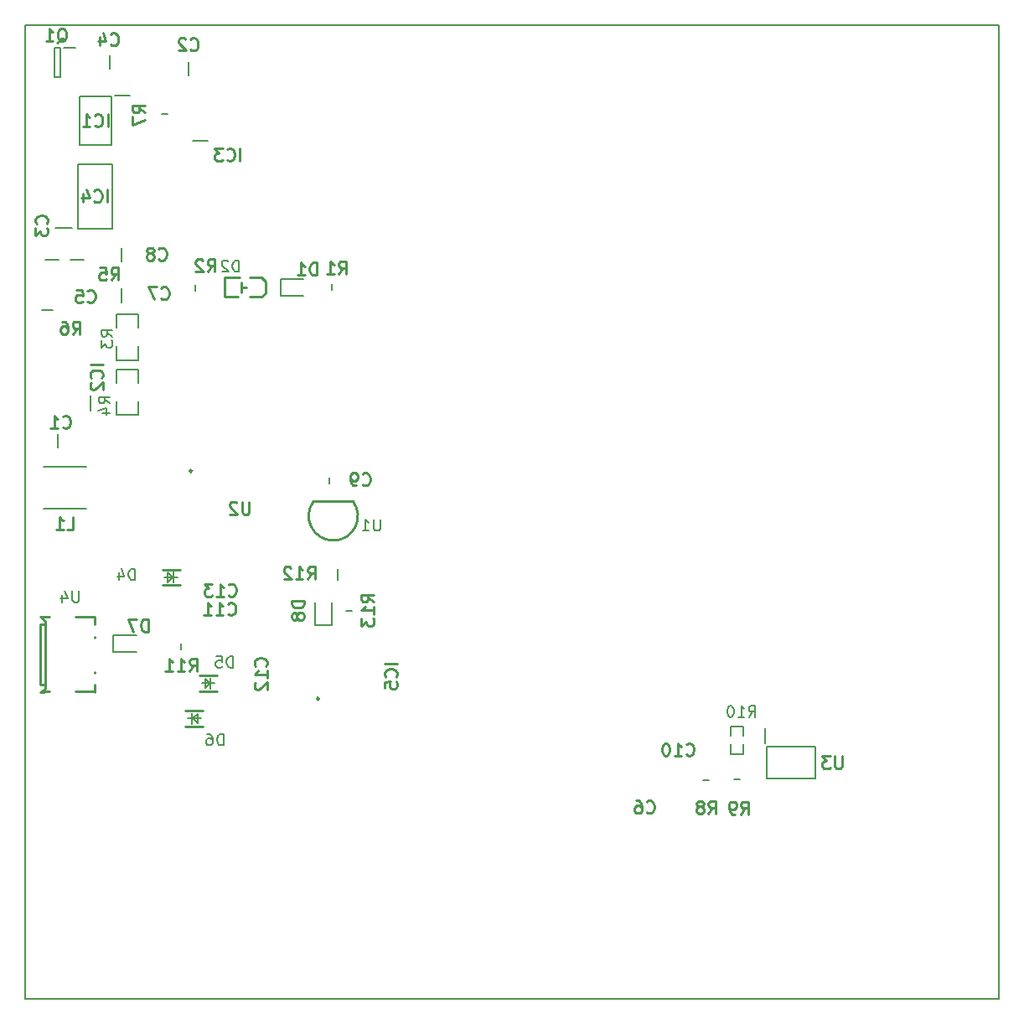
<source format=gbr>
%TF.GenerationSoftware,KiCad,Pcbnew,(6.0.2-0)*%
%TF.CreationDate,2022-03-20T10:30:07+02:00*%
%TF.ProjectId,main,6d61696e-2e6b-4696-9361-645f70636258,rev?*%
%TF.SameCoordinates,Original*%
%TF.FileFunction,Legend,Bot*%
%TF.FilePolarity,Positive*%
%FSLAX46Y46*%
G04 Gerber Fmt 4.6, Leading zero omitted, Abs format (unit mm)*
G04 Created by KiCad (PCBNEW (6.0.2-0)) date 2022-03-20 10:30:07*
%MOMM*%
%LPD*%
G01*
G04 APERTURE LIST*
%ADD10C,0.150000*%
%ADD11C,0.254000*%
%ADD12C,0.152000*%
%ADD13C,0.200000*%
%ADD14C,0.250000*%
G04 APERTURE END LIST*
D10*
X90275800Y-132136300D02*
X188650000Y-132136300D01*
X188650000Y-132136300D02*
X188650000Y-33750000D01*
X188650000Y-33750000D02*
X90275800Y-33750000D01*
X90275800Y-33750000D02*
X90275800Y-132136300D01*
D11*
%TO.C,U3*%
X172817619Y-107604523D02*
X172817619Y-108632619D01*
X172757142Y-108753571D01*
X172696666Y-108814047D01*
X172575714Y-108874523D01*
X172333809Y-108874523D01*
X172212857Y-108814047D01*
X172152380Y-108753571D01*
X172091904Y-108632619D01*
X172091904Y-107604523D01*
X171608095Y-107604523D02*
X170821904Y-107604523D01*
X171245238Y-108088333D01*
X171063809Y-108088333D01*
X170942857Y-108148809D01*
X170882380Y-108209285D01*
X170821904Y-108330238D01*
X170821904Y-108632619D01*
X170882380Y-108753571D01*
X170942857Y-108814047D01*
X171063809Y-108874523D01*
X171426666Y-108874523D01*
X171547619Y-108814047D01*
X171608095Y-108753571D01*
%TO.C,R13*%
X125524523Y-92033571D02*
X124919761Y-91610238D01*
X125524523Y-91307857D02*
X124254523Y-91307857D01*
X124254523Y-91791666D01*
X124315000Y-91912619D01*
X124375476Y-91973095D01*
X124496428Y-92033571D01*
X124677857Y-92033571D01*
X124798809Y-91973095D01*
X124859285Y-91912619D01*
X124919761Y-91791666D01*
X124919761Y-91307857D01*
X125524523Y-93243095D02*
X125524523Y-92517380D01*
X125524523Y-92880238D02*
X124254523Y-92880238D01*
X124435952Y-92759285D01*
X124556904Y-92638333D01*
X124617380Y-92517380D01*
X124254523Y-93666428D02*
X124254523Y-94452619D01*
X124738333Y-94029285D01*
X124738333Y-94210714D01*
X124798809Y-94331666D01*
X124859285Y-94392142D01*
X124980238Y-94452619D01*
X125282619Y-94452619D01*
X125403571Y-94392142D01*
X125464047Y-94331666D01*
X125524523Y-94210714D01*
X125524523Y-93847857D01*
X125464047Y-93726904D01*
X125403571Y-93666428D01*
%TO.C,R11*%
X106866428Y-99024523D02*
X107289761Y-98419761D01*
X107592142Y-99024523D02*
X107592142Y-97754523D01*
X107108333Y-97754523D01*
X106987380Y-97815000D01*
X106926904Y-97875476D01*
X106866428Y-97996428D01*
X106866428Y-98177857D01*
X106926904Y-98298809D01*
X106987380Y-98359285D01*
X107108333Y-98419761D01*
X107592142Y-98419761D01*
X105656904Y-99024523D02*
X106382619Y-99024523D01*
X106019761Y-99024523D02*
X106019761Y-97754523D01*
X106140714Y-97935952D01*
X106261666Y-98056904D01*
X106382619Y-98117380D01*
X104447380Y-99024523D02*
X105173095Y-99024523D01*
X104810238Y-99024523D02*
X104810238Y-97754523D01*
X104931190Y-97935952D01*
X105052142Y-98056904D01*
X105173095Y-98117380D01*
%TO.C,IC4*%
X98572161Y-51653923D02*
X98572161Y-50383923D01*
X97241685Y-51532971D02*
X97302161Y-51593447D01*
X97483590Y-51653923D01*
X97604542Y-51653923D01*
X97785971Y-51593447D01*
X97906923Y-51472495D01*
X97967400Y-51351542D01*
X98027876Y-51109638D01*
X98027876Y-50928209D01*
X97967400Y-50686304D01*
X97906923Y-50565352D01*
X97785971Y-50444400D01*
X97604542Y-50383923D01*
X97483590Y-50383923D01*
X97302161Y-50444400D01*
X97241685Y-50504876D01*
X96153114Y-50807257D02*
X96153114Y-51653923D01*
X96455495Y-50323447D02*
X96757876Y-51230590D01*
X95971685Y-51230590D01*
D12*
%TO.C,R10*%
X163393657Y-103667071D02*
X163774657Y-103122785D01*
X164046800Y-103667071D02*
X164046800Y-102524071D01*
X163611371Y-102524071D01*
X163502514Y-102578500D01*
X163448085Y-102632928D01*
X163393657Y-102741785D01*
X163393657Y-102905071D01*
X163448085Y-103013928D01*
X163502514Y-103068357D01*
X163611371Y-103122785D01*
X164046800Y-103122785D01*
X162305085Y-103667071D02*
X162958228Y-103667071D01*
X162631657Y-103667071D02*
X162631657Y-102524071D01*
X162740514Y-102687357D01*
X162849371Y-102796214D01*
X162958228Y-102850642D01*
X161597514Y-102524071D02*
X161488657Y-102524071D01*
X161379800Y-102578500D01*
X161325371Y-102632928D01*
X161270942Y-102741785D01*
X161216514Y-102959500D01*
X161216514Y-103231642D01*
X161270942Y-103449357D01*
X161325371Y-103558214D01*
X161379800Y-103612642D01*
X161488657Y-103667071D01*
X161597514Y-103667071D01*
X161706371Y-103612642D01*
X161760800Y-103558214D01*
X161815228Y-103449357D01*
X161869657Y-103231642D01*
X161869657Y-102959500D01*
X161815228Y-102741785D01*
X161760800Y-102632928D01*
X161706371Y-102578500D01*
X161597514Y-102524071D01*
%TO.C,R3*%
X99117071Y-65224085D02*
X98572785Y-64843085D01*
X99117071Y-64570942D02*
X97974071Y-64570942D01*
X97974071Y-65006371D01*
X98028500Y-65115228D01*
X98082928Y-65169657D01*
X98191785Y-65224085D01*
X98355071Y-65224085D01*
X98463928Y-65169657D01*
X98518357Y-65115228D01*
X98572785Y-65006371D01*
X98572785Y-64570942D01*
X97974071Y-65605085D02*
X97974071Y-66312657D01*
X98409500Y-65931657D01*
X98409500Y-66094942D01*
X98463928Y-66203800D01*
X98518357Y-66258228D01*
X98627214Y-66312657D01*
X98899357Y-66312657D01*
X99008214Y-66258228D01*
X99062642Y-66203800D01*
X99117071Y-66094942D01*
X99117071Y-65768371D01*
X99062642Y-65659514D01*
X99008214Y-65605085D01*
D11*
%TO.C,C4*%
X98911666Y-35703571D02*
X98972142Y-35764047D01*
X99153571Y-35824523D01*
X99274523Y-35824523D01*
X99455952Y-35764047D01*
X99576904Y-35643095D01*
X99637380Y-35522142D01*
X99697857Y-35280238D01*
X99697857Y-35098809D01*
X99637380Y-34856904D01*
X99576904Y-34735952D01*
X99455952Y-34615000D01*
X99274523Y-34554523D01*
X99153571Y-34554523D01*
X98972142Y-34615000D01*
X98911666Y-34675476D01*
X97823095Y-34977857D02*
X97823095Y-35824523D01*
X98125476Y-34494047D02*
X98427857Y-35401190D01*
X97641666Y-35401190D01*
%TO.C,C8*%
X103761666Y-57403571D02*
X103822142Y-57464047D01*
X104003571Y-57524523D01*
X104124523Y-57524523D01*
X104305952Y-57464047D01*
X104426904Y-57343095D01*
X104487380Y-57222142D01*
X104547857Y-56980238D01*
X104547857Y-56798809D01*
X104487380Y-56556904D01*
X104426904Y-56435952D01*
X104305952Y-56315000D01*
X104124523Y-56254523D01*
X104003571Y-56254523D01*
X103822142Y-56315000D01*
X103761666Y-56375476D01*
X103035952Y-56798809D02*
X103156904Y-56738333D01*
X103217380Y-56677857D01*
X103277857Y-56556904D01*
X103277857Y-56496428D01*
X103217380Y-56375476D01*
X103156904Y-56315000D01*
X103035952Y-56254523D01*
X102794047Y-56254523D01*
X102673095Y-56315000D01*
X102612619Y-56375476D01*
X102552142Y-56496428D01*
X102552142Y-56556904D01*
X102612619Y-56677857D01*
X102673095Y-56738333D01*
X102794047Y-56798809D01*
X103035952Y-56798809D01*
X103156904Y-56859285D01*
X103217380Y-56919761D01*
X103277857Y-57040714D01*
X103277857Y-57282619D01*
X103217380Y-57403571D01*
X103156904Y-57464047D01*
X103035952Y-57524523D01*
X102794047Y-57524523D01*
X102673095Y-57464047D01*
X102612619Y-57403571D01*
X102552142Y-57282619D01*
X102552142Y-57040714D01*
X102612619Y-56919761D01*
X102673095Y-56859285D01*
X102794047Y-56798809D01*
D12*
%TO.C,D6*%
X110308228Y-106517071D02*
X110308228Y-105374071D01*
X110036085Y-105374071D01*
X109872800Y-105428500D01*
X109763942Y-105537357D01*
X109709514Y-105646214D01*
X109655085Y-105863928D01*
X109655085Y-106027214D01*
X109709514Y-106244928D01*
X109763942Y-106353785D01*
X109872800Y-106462642D01*
X110036085Y-106517071D01*
X110308228Y-106517071D01*
X108675371Y-105374071D02*
X108893085Y-105374071D01*
X109001942Y-105428500D01*
X109056371Y-105482928D01*
X109165228Y-105646214D01*
X109219657Y-105863928D01*
X109219657Y-106299357D01*
X109165228Y-106408214D01*
X109110800Y-106462642D01*
X109001942Y-106517071D01*
X108784228Y-106517071D01*
X108675371Y-106462642D01*
X108620942Y-106408214D01*
X108566514Y-106299357D01*
X108566514Y-106027214D01*
X108620942Y-105918357D01*
X108675371Y-105863928D01*
X108784228Y-105809500D01*
X109001942Y-105809500D01*
X109110800Y-105863928D01*
X109165228Y-105918357D01*
X109219657Y-106027214D01*
D11*
%TO.C,IC3*%
X111989761Y-47474523D02*
X111989761Y-46204523D01*
X110659285Y-47353571D02*
X110719761Y-47414047D01*
X110901190Y-47474523D01*
X111022142Y-47474523D01*
X111203571Y-47414047D01*
X111324523Y-47293095D01*
X111385000Y-47172142D01*
X111445476Y-46930238D01*
X111445476Y-46748809D01*
X111385000Y-46506904D01*
X111324523Y-46385952D01*
X111203571Y-46265000D01*
X111022142Y-46204523D01*
X110901190Y-46204523D01*
X110719761Y-46265000D01*
X110659285Y-46325476D01*
X110235952Y-46204523D02*
X109449761Y-46204523D01*
X109873095Y-46688333D01*
X109691666Y-46688333D01*
X109570714Y-46748809D01*
X109510238Y-46809285D01*
X109449761Y-46930238D01*
X109449761Y-47232619D01*
X109510238Y-47353571D01*
X109570714Y-47414047D01*
X109691666Y-47474523D01*
X110054523Y-47474523D01*
X110175476Y-47414047D01*
X110235952Y-47353571D01*
D12*
%TO.C,U4*%
X95712657Y-90924071D02*
X95712657Y-91849357D01*
X95658228Y-91958214D01*
X95603800Y-92012642D01*
X95494942Y-92067071D01*
X95277228Y-92067071D01*
X95168371Y-92012642D01*
X95113942Y-91958214D01*
X95059514Y-91849357D01*
X95059514Y-90924071D01*
X94025371Y-91305071D02*
X94025371Y-92067071D01*
X94297514Y-90869642D02*
X94569657Y-91686071D01*
X93862085Y-91686071D01*
D11*
%TO.C,R8*%
X159311666Y-113424523D02*
X159735000Y-112819761D01*
X160037380Y-113424523D02*
X160037380Y-112154523D01*
X159553571Y-112154523D01*
X159432619Y-112215000D01*
X159372142Y-112275476D01*
X159311666Y-112396428D01*
X159311666Y-112577857D01*
X159372142Y-112698809D01*
X159432619Y-112759285D01*
X159553571Y-112819761D01*
X160037380Y-112819761D01*
X158585952Y-112698809D02*
X158706904Y-112638333D01*
X158767380Y-112577857D01*
X158827857Y-112456904D01*
X158827857Y-112396428D01*
X158767380Y-112275476D01*
X158706904Y-112215000D01*
X158585952Y-112154523D01*
X158344047Y-112154523D01*
X158223095Y-112215000D01*
X158162619Y-112275476D01*
X158102142Y-112396428D01*
X158102142Y-112456904D01*
X158162619Y-112577857D01*
X158223095Y-112638333D01*
X158344047Y-112698809D01*
X158585952Y-112698809D01*
X158706904Y-112759285D01*
X158767380Y-112819761D01*
X158827857Y-112940714D01*
X158827857Y-113182619D01*
X158767380Y-113303571D01*
X158706904Y-113364047D01*
X158585952Y-113424523D01*
X158344047Y-113424523D01*
X158223095Y-113364047D01*
X158162619Y-113303571D01*
X158102142Y-113182619D01*
X158102142Y-112940714D01*
X158162619Y-112819761D01*
X158223095Y-112759285D01*
X158344047Y-112698809D01*
%TO.C,D1*%
X119737380Y-59024523D02*
X119737380Y-57754523D01*
X119435000Y-57754523D01*
X119253571Y-57815000D01*
X119132619Y-57935952D01*
X119072142Y-58056904D01*
X119011666Y-58298809D01*
X119011666Y-58480238D01*
X119072142Y-58722142D01*
X119132619Y-58843095D01*
X119253571Y-58964047D01*
X119435000Y-59024523D01*
X119737380Y-59024523D01*
X117802142Y-59024523D02*
X118527857Y-59024523D01*
X118165000Y-59024523D02*
X118165000Y-57754523D01*
X118285952Y-57935952D01*
X118406904Y-58056904D01*
X118527857Y-58117380D01*
D12*
%TO.C,D4*%
X101379057Y-89817071D02*
X101379057Y-88674071D01*
X101106914Y-88674071D01*
X100943628Y-88728500D01*
X100834771Y-88837357D01*
X100780342Y-88946214D01*
X100725914Y-89163928D01*
X100725914Y-89327214D01*
X100780342Y-89544928D01*
X100834771Y-89653785D01*
X100943628Y-89762642D01*
X101106914Y-89817071D01*
X101379057Y-89817071D01*
X99746200Y-89055071D02*
X99746200Y-89817071D01*
X100018342Y-88619642D02*
X100290485Y-89436071D01*
X99582914Y-89436071D01*
D11*
%TO.C,C12*%
X114603571Y-98483571D02*
X114664047Y-98423095D01*
X114724523Y-98241666D01*
X114724523Y-98120714D01*
X114664047Y-97939285D01*
X114543095Y-97818333D01*
X114422142Y-97757857D01*
X114180238Y-97697380D01*
X113998809Y-97697380D01*
X113756904Y-97757857D01*
X113635952Y-97818333D01*
X113515000Y-97939285D01*
X113454523Y-98120714D01*
X113454523Y-98241666D01*
X113515000Y-98423095D01*
X113575476Y-98483571D01*
X114724523Y-99693095D02*
X114724523Y-98967380D01*
X114724523Y-99330238D02*
X113454523Y-99330238D01*
X113635952Y-99209285D01*
X113756904Y-99088333D01*
X113817380Y-98967380D01*
X113575476Y-100176904D02*
X113515000Y-100237380D01*
X113454523Y-100358333D01*
X113454523Y-100660714D01*
X113515000Y-100781666D01*
X113575476Y-100842142D01*
X113696428Y-100902619D01*
X113817380Y-100902619D01*
X113998809Y-100842142D01*
X114724523Y-100116428D01*
X114724523Y-100902619D01*
%TO.C,C3*%
X92453571Y-53788333D02*
X92514047Y-53727857D01*
X92574523Y-53546428D01*
X92574523Y-53425476D01*
X92514047Y-53244047D01*
X92393095Y-53123095D01*
X92272142Y-53062619D01*
X92030238Y-53002142D01*
X91848809Y-53002142D01*
X91606904Y-53062619D01*
X91485952Y-53123095D01*
X91365000Y-53244047D01*
X91304523Y-53425476D01*
X91304523Y-53546428D01*
X91365000Y-53727857D01*
X91425476Y-53788333D01*
X91304523Y-54211666D02*
X91304523Y-54997857D01*
X91788333Y-54574523D01*
X91788333Y-54755952D01*
X91848809Y-54876904D01*
X91909285Y-54937380D01*
X92030238Y-54997857D01*
X92332619Y-54997857D01*
X92453571Y-54937380D01*
X92514047Y-54876904D01*
X92574523Y-54755952D01*
X92574523Y-54393095D01*
X92514047Y-54272142D01*
X92453571Y-54211666D01*
%TO.C,D8*%
X118474523Y-91912619D02*
X117204523Y-91912619D01*
X117204523Y-92215000D01*
X117265000Y-92396428D01*
X117385952Y-92517380D01*
X117506904Y-92577857D01*
X117748809Y-92638333D01*
X117930238Y-92638333D01*
X118172142Y-92577857D01*
X118293095Y-92517380D01*
X118414047Y-92396428D01*
X118474523Y-92215000D01*
X118474523Y-91912619D01*
X117748809Y-93364047D02*
X117688333Y-93243095D01*
X117627857Y-93182619D01*
X117506904Y-93122142D01*
X117446428Y-93122142D01*
X117325476Y-93182619D01*
X117265000Y-93243095D01*
X117204523Y-93364047D01*
X117204523Y-93605952D01*
X117265000Y-93726904D01*
X117325476Y-93787380D01*
X117446428Y-93847857D01*
X117506904Y-93847857D01*
X117627857Y-93787380D01*
X117688333Y-93726904D01*
X117748809Y-93605952D01*
X117748809Y-93364047D01*
X117809285Y-93243095D01*
X117869761Y-93182619D01*
X117990714Y-93122142D01*
X118232619Y-93122142D01*
X118353571Y-93182619D01*
X118414047Y-93243095D01*
X118474523Y-93364047D01*
X118474523Y-93605952D01*
X118414047Y-93726904D01*
X118353571Y-93787380D01*
X118232619Y-93847857D01*
X117990714Y-93847857D01*
X117869761Y-93787380D01*
X117809285Y-93726904D01*
X117748809Y-93605952D01*
D12*
%TO.C,D5*%
X111279057Y-98667071D02*
X111279057Y-97524071D01*
X111006914Y-97524071D01*
X110843628Y-97578500D01*
X110734771Y-97687357D01*
X110680342Y-97796214D01*
X110625914Y-98013928D01*
X110625914Y-98177214D01*
X110680342Y-98394928D01*
X110734771Y-98503785D01*
X110843628Y-98612642D01*
X111006914Y-98667071D01*
X111279057Y-98667071D01*
X109591771Y-97524071D02*
X110136057Y-97524071D01*
X110190485Y-98068357D01*
X110136057Y-98013928D01*
X110027200Y-97959500D01*
X109755057Y-97959500D01*
X109646200Y-98013928D01*
X109591771Y-98068357D01*
X109537342Y-98177214D01*
X109537342Y-98449357D01*
X109591771Y-98558214D01*
X109646200Y-98612642D01*
X109755057Y-98667071D01*
X110027200Y-98667071D01*
X110136057Y-98612642D01*
X110190485Y-98558214D01*
D11*
%TO.C,R5*%
X98961666Y-59524523D02*
X99385000Y-58919761D01*
X99687380Y-59524523D02*
X99687380Y-58254523D01*
X99203571Y-58254523D01*
X99082619Y-58315000D01*
X99022142Y-58375476D01*
X98961666Y-58496428D01*
X98961666Y-58677857D01*
X99022142Y-58798809D01*
X99082619Y-58859285D01*
X99203571Y-58919761D01*
X99687380Y-58919761D01*
X97812619Y-58254523D02*
X98417380Y-58254523D01*
X98477857Y-58859285D01*
X98417380Y-58798809D01*
X98296428Y-58738333D01*
X97994047Y-58738333D01*
X97873095Y-58798809D01*
X97812619Y-58859285D01*
X97752142Y-58980238D01*
X97752142Y-59282619D01*
X97812619Y-59403571D01*
X97873095Y-59464047D01*
X97994047Y-59524523D01*
X98296428Y-59524523D01*
X98417380Y-59464047D01*
X98477857Y-59403571D01*
%TO.C,IC5*%
X127874523Y-98260238D02*
X126604523Y-98260238D01*
X127753571Y-99590714D02*
X127814047Y-99530238D01*
X127874523Y-99348809D01*
X127874523Y-99227857D01*
X127814047Y-99046428D01*
X127693095Y-98925476D01*
X127572142Y-98865000D01*
X127330238Y-98804523D01*
X127148809Y-98804523D01*
X126906904Y-98865000D01*
X126785952Y-98925476D01*
X126665000Y-99046428D01*
X126604523Y-99227857D01*
X126604523Y-99348809D01*
X126665000Y-99530238D01*
X126725476Y-99590714D01*
X126604523Y-100739761D02*
X126604523Y-100135000D01*
X127209285Y-100074523D01*
X127148809Y-100135000D01*
X127088333Y-100255952D01*
X127088333Y-100558333D01*
X127148809Y-100679285D01*
X127209285Y-100739761D01*
X127330238Y-100800238D01*
X127632619Y-100800238D01*
X127753571Y-100739761D01*
X127814047Y-100679285D01*
X127874523Y-100558333D01*
X127874523Y-100255952D01*
X127814047Y-100135000D01*
X127753571Y-100074523D01*
%TO.C,C5*%
X96561666Y-61653571D02*
X96622142Y-61714047D01*
X96803571Y-61774523D01*
X96924523Y-61774523D01*
X97105952Y-61714047D01*
X97226904Y-61593095D01*
X97287380Y-61472142D01*
X97347857Y-61230238D01*
X97347857Y-61048809D01*
X97287380Y-60806904D01*
X97226904Y-60685952D01*
X97105952Y-60565000D01*
X96924523Y-60504523D01*
X96803571Y-60504523D01*
X96622142Y-60565000D01*
X96561666Y-60625476D01*
X95412619Y-60504523D02*
X96017380Y-60504523D01*
X96077857Y-61109285D01*
X96017380Y-61048809D01*
X95896428Y-60988333D01*
X95594047Y-60988333D01*
X95473095Y-61048809D01*
X95412619Y-61109285D01*
X95352142Y-61230238D01*
X95352142Y-61532619D01*
X95412619Y-61653571D01*
X95473095Y-61714047D01*
X95594047Y-61774523D01*
X95896428Y-61774523D01*
X96017380Y-61714047D01*
X96077857Y-61653571D01*
%TO.C,R9*%
X162611666Y-113474523D02*
X163035000Y-112869761D01*
X163337380Y-113474523D02*
X163337380Y-112204523D01*
X162853571Y-112204523D01*
X162732619Y-112265000D01*
X162672142Y-112325476D01*
X162611666Y-112446428D01*
X162611666Y-112627857D01*
X162672142Y-112748809D01*
X162732619Y-112809285D01*
X162853571Y-112869761D01*
X163337380Y-112869761D01*
X162006904Y-113474523D02*
X161765000Y-113474523D01*
X161644047Y-113414047D01*
X161583571Y-113353571D01*
X161462619Y-113172142D01*
X161402142Y-112930238D01*
X161402142Y-112446428D01*
X161462619Y-112325476D01*
X161523095Y-112265000D01*
X161644047Y-112204523D01*
X161885952Y-112204523D01*
X162006904Y-112265000D01*
X162067380Y-112325476D01*
X162127857Y-112446428D01*
X162127857Y-112748809D01*
X162067380Y-112869761D01*
X162006904Y-112930238D01*
X161885952Y-112990714D01*
X161644047Y-112990714D01*
X161523095Y-112930238D01*
X161462619Y-112869761D01*
X161402142Y-112748809D01*
D12*
%TO.C,U1*%
X126161257Y-83696270D02*
X126161257Y-84621556D01*
X126106828Y-84730413D01*
X126052400Y-84784841D01*
X125943542Y-84839270D01*
X125725828Y-84839270D01*
X125616971Y-84784841D01*
X125562542Y-84730413D01*
X125508114Y-84621556D01*
X125508114Y-83696270D01*
X124365114Y-84839270D02*
X125018257Y-84839270D01*
X124691685Y-84839270D02*
X124691685Y-83696270D01*
X124800542Y-83859556D01*
X124909400Y-83968413D01*
X125018257Y-84022841D01*
D11*
%TO.C,L1*%
X94511666Y-84724523D02*
X95116428Y-84724523D01*
X95116428Y-83454523D01*
X93423095Y-84724523D02*
X94148809Y-84724523D01*
X93785952Y-84724523D02*
X93785952Y-83454523D01*
X93906904Y-83635952D01*
X94027857Y-83756904D01*
X94148809Y-83817380D01*
D12*
%TO.C,R4*%
X98867071Y-71974085D02*
X98322785Y-71593085D01*
X98867071Y-71320942D02*
X97724071Y-71320942D01*
X97724071Y-71756371D01*
X97778500Y-71865228D01*
X97832928Y-71919657D01*
X97941785Y-71974085D01*
X98105071Y-71974085D01*
X98213928Y-71919657D01*
X98268357Y-71865228D01*
X98322785Y-71756371D01*
X98322785Y-71320942D01*
X98105071Y-72953800D02*
X98867071Y-72953800D01*
X97669642Y-72681657D02*
X98486071Y-72409514D01*
X98486071Y-73117085D01*
D11*
%TO.C,IC2*%
X98124523Y-68060238D02*
X96854523Y-68060238D01*
X98003571Y-69390714D02*
X98064047Y-69330238D01*
X98124523Y-69148809D01*
X98124523Y-69027857D01*
X98064047Y-68846428D01*
X97943095Y-68725476D01*
X97822142Y-68665000D01*
X97580238Y-68604523D01*
X97398809Y-68604523D01*
X97156904Y-68665000D01*
X97035952Y-68725476D01*
X96915000Y-68846428D01*
X96854523Y-69027857D01*
X96854523Y-69148809D01*
X96915000Y-69330238D01*
X96975476Y-69390714D01*
X96975476Y-69874523D02*
X96915000Y-69935000D01*
X96854523Y-70055952D01*
X96854523Y-70358333D01*
X96915000Y-70479285D01*
X96975476Y-70539761D01*
X97096428Y-70600238D01*
X97217380Y-70600238D01*
X97398809Y-70539761D01*
X98124523Y-69814047D01*
X98124523Y-70600238D01*
%TO.C,R6*%
X95061666Y-64974523D02*
X95485000Y-64369761D01*
X95787380Y-64974523D02*
X95787380Y-63704523D01*
X95303571Y-63704523D01*
X95182619Y-63765000D01*
X95122142Y-63825476D01*
X95061666Y-63946428D01*
X95061666Y-64127857D01*
X95122142Y-64248809D01*
X95182619Y-64309285D01*
X95303571Y-64369761D01*
X95787380Y-64369761D01*
X93973095Y-63704523D02*
X94215000Y-63704523D01*
X94335952Y-63765000D01*
X94396428Y-63825476D01*
X94517380Y-64006904D01*
X94577857Y-64248809D01*
X94577857Y-64732619D01*
X94517380Y-64853571D01*
X94456904Y-64914047D01*
X94335952Y-64974523D01*
X94094047Y-64974523D01*
X93973095Y-64914047D01*
X93912619Y-64853571D01*
X93852142Y-64732619D01*
X93852142Y-64430238D01*
X93912619Y-64309285D01*
X93973095Y-64248809D01*
X94094047Y-64188333D01*
X94335952Y-64188333D01*
X94456904Y-64248809D01*
X94517380Y-64309285D01*
X94577857Y-64430238D01*
%TO.C,IC1*%
X98648761Y-44008523D02*
X98648761Y-42738523D01*
X97318285Y-43887571D02*
X97378761Y-43948047D01*
X97560190Y-44008523D01*
X97681142Y-44008523D01*
X97862571Y-43948047D01*
X97983523Y-43827095D01*
X98044000Y-43706142D01*
X98104476Y-43464238D01*
X98104476Y-43282809D01*
X98044000Y-43040904D01*
X97983523Y-42919952D01*
X97862571Y-42799000D01*
X97681142Y-42738523D01*
X97560190Y-42738523D01*
X97378761Y-42799000D01*
X97318285Y-42859476D01*
X96108761Y-44008523D02*
X96834476Y-44008523D01*
X96471619Y-44008523D02*
X96471619Y-42738523D01*
X96592571Y-42919952D01*
X96713523Y-43040904D01*
X96834476Y-43101380D01*
%TO.C,U2*%
X112917619Y-81904523D02*
X112917619Y-82932619D01*
X112857142Y-83053571D01*
X112796666Y-83114047D01*
X112675714Y-83174523D01*
X112433809Y-83174523D01*
X112312857Y-83114047D01*
X112252380Y-83053571D01*
X112191904Y-82932619D01*
X112191904Y-81904523D01*
X111647619Y-82025476D02*
X111587142Y-81965000D01*
X111466190Y-81904523D01*
X111163809Y-81904523D01*
X111042857Y-81965000D01*
X110982380Y-82025476D01*
X110921904Y-82146428D01*
X110921904Y-82267380D01*
X110982380Y-82448809D01*
X111708095Y-83174523D01*
X110921904Y-83174523D01*
%TO.C,C6*%
X153061666Y-113253571D02*
X153122142Y-113314047D01*
X153303571Y-113374523D01*
X153424523Y-113374523D01*
X153605952Y-113314047D01*
X153726904Y-113193095D01*
X153787380Y-113072142D01*
X153847857Y-112830238D01*
X153847857Y-112648809D01*
X153787380Y-112406904D01*
X153726904Y-112285952D01*
X153605952Y-112165000D01*
X153424523Y-112104523D01*
X153303571Y-112104523D01*
X153122142Y-112165000D01*
X153061666Y-112225476D01*
X151973095Y-112104523D02*
X152215000Y-112104523D01*
X152335952Y-112165000D01*
X152396428Y-112225476D01*
X152517380Y-112406904D01*
X152577857Y-112648809D01*
X152577857Y-113132619D01*
X152517380Y-113253571D01*
X152456904Y-113314047D01*
X152335952Y-113374523D01*
X152094047Y-113374523D01*
X151973095Y-113314047D01*
X151912619Y-113253571D01*
X151852142Y-113132619D01*
X151852142Y-112830238D01*
X151912619Y-112709285D01*
X151973095Y-112648809D01*
X152094047Y-112588333D01*
X152335952Y-112588333D01*
X152456904Y-112648809D01*
X152517380Y-112709285D01*
X152577857Y-112830238D01*
%TO.C,C10*%
X157066428Y-107453571D02*
X157126904Y-107514047D01*
X157308333Y-107574523D01*
X157429285Y-107574523D01*
X157610714Y-107514047D01*
X157731666Y-107393095D01*
X157792142Y-107272142D01*
X157852619Y-107030238D01*
X157852619Y-106848809D01*
X157792142Y-106606904D01*
X157731666Y-106485952D01*
X157610714Y-106365000D01*
X157429285Y-106304523D01*
X157308333Y-106304523D01*
X157126904Y-106365000D01*
X157066428Y-106425476D01*
X155856904Y-107574523D02*
X156582619Y-107574523D01*
X156219761Y-107574523D02*
X156219761Y-106304523D01*
X156340714Y-106485952D01*
X156461666Y-106606904D01*
X156582619Y-106667380D01*
X155070714Y-106304523D02*
X154949761Y-106304523D01*
X154828809Y-106365000D01*
X154768333Y-106425476D01*
X154707857Y-106546428D01*
X154647380Y-106788333D01*
X154647380Y-107090714D01*
X154707857Y-107332619D01*
X154768333Y-107453571D01*
X154828809Y-107514047D01*
X154949761Y-107574523D01*
X155070714Y-107574523D01*
X155191666Y-107514047D01*
X155252142Y-107453571D01*
X155312619Y-107332619D01*
X155373095Y-107090714D01*
X155373095Y-106788333D01*
X155312619Y-106546428D01*
X155252142Y-106425476D01*
X155191666Y-106365000D01*
X155070714Y-106304523D01*
%TO.C,R7*%
X102424523Y-42588333D02*
X101819761Y-42165000D01*
X102424523Y-41862619D02*
X101154523Y-41862619D01*
X101154523Y-42346428D01*
X101215000Y-42467380D01*
X101275476Y-42527857D01*
X101396428Y-42588333D01*
X101577857Y-42588333D01*
X101698809Y-42527857D01*
X101759285Y-42467380D01*
X101819761Y-42346428D01*
X101819761Y-41862619D01*
X101154523Y-43011666D02*
X101154523Y-43858333D01*
X102424523Y-43314047D01*
%TO.C,D7*%
X102687380Y-95024523D02*
X102687380Y-93754523D01*
X102385000Y-93754523D01*
X102203571Y-93815000D01*
X102082619Y-93935952D01*
X102022142Y-94056904D01*
X101961666Y-94298809D01*
X101961666Y-94480238D01*
X102022142Y-94722142D01*
X102082619Y-94843095D01*
X102203571Y-94964047D01*
X102385000Y-95024523D01*
X102687380Y-95024523D01*
X101538333Y-93754523D02*
X100691666Y-93754523D01*
X101235952Y-95024523D01*
%TO.C,C7*%
X104011666Y-61353571D02*
X104072142Y-61414047D01*
X104253571Y-61474523D01*
X104374523Y-61474523D01*
X104555952Y-61414047D01*
X104676904Y-61293095D01*
X104737380Y-61172142D01*
X104797857Y-60930238D01*
X104797857Y-60748809D01*
X104737380Y-60506904D01*
X104676904Y-60385952D01*
X104555952Y-60265000D01*
X104374523Y-60204523D01*
X104253571Y-60204523D01*
X104072142Y-60265000D01*
X104011666Y-60325476D01*
X103588333Y-60204523D02*
X102741666Y-60204523D01*
X103285952Y-61474523D01*
%TO.C,C1*%
X94061666Y-74353571D02*
X94122142Y-74414047D01*
X94303571Y-74474523D01*
X94424523Y-74474523D01*
X94605952Y-74414047D01*
X94726904Y-74293095D01*
X94787380Y-74172142D01*
X94847857Y-73930238D01*
X94847857Y-73748809D01*
X94787380Y-73506904D01*
X94726904Y-73385952D01*
X94605952Y-73265000D01*
X94424523Y-73204523D01*
X94303571Y-73204523D01*
X94122142Y-73265000D01*
X94061666Y-73325476D01*
X92852142Y-74474523D02*
X93577857Y-74474523D01*
X93215000Y-74474523D02*
X93215000Y-73204523D01*
X93335952Y-73385952D01*
X93456904Y-73506904D01*
X93577857Y-73567380D01*
%TO.C,C9*%
X124361666Y-80153571D02*
X124422142Y-80214047D01*
X124603571Y-80274523D01*
X124724523Y-80274523D01*
X124905952Y-80214047D01*
X125026904Y-80093095D01*
X125087380Y-79972142D01*
X125147857Y-79730238D01*
X125147857Y-79548809D01*
X125087380Y-79306904D01*
X125026904Y-79185952D01*
X124905952Y-79065000D01*
X124724523Y-79004523D01*
X124603571Y-79004523D01*
X124422142Y-79065000D01*
X124361666Y-79125476D01*
X123756904Y-80274523D02*
X123515000Y-80274523D01*
X123394047Y-80214047D01*
X123333571Y-80153571D01*
X123212619Y-79972142D01*
X123152142Y-79730238D01*
X123152142Y-79246428D01*
X123212619Y-79125476D01*
X123273095Y-79065000D01*
X123394047Y-79004523D01*
X123635952Y-79004523D01*
X123756904Y-79065000D01*
X123817380Y-79125476D01*
X123877857Y-79246428D01*
X123877857Y-79548809D01*
X123817380Y-79669761D01*
X123756904Y-79730238D01*
X123635952Y-79790714D01*
X123394047Y-79790714D01*
X123273095Y-79730238D01*
X123212619Y-79669761D01*
X123152142Y-79548809D01*
%TO.C,R1*%
X121961666Y-58874523D02*
X122385000Y-58269761D01*
X122687380Y-58874523D02*
X122687380Y-57604523D01*
X122203571Y-57604523D01*
X122082619Y-57665000D01*
X122022142Y-57725476D01*
X121961666Y-57846428D01*
X121961666Y-58027857D01*
X122022142Y-58148809D01*
X122082619Y-58209285D01*
X122203571Y-58269761D01*
X122687380Y-58269761D01*
X120752142Y-58874523D02*
X121477857Y-58874523D01*
X121115000Y-58874523D02*
X121115000Y-57604523D01*
X121235952Y-57785952D01*
X121356904Y-57906904D01*
X121477857Y-57967380D01*
D12*
%TO.C,D2*%
X111879057Y-58667071D02*
X111879057Y-57524071D01*
X111606914Y-57524071D01*
X111443628Y-57578500D01*
X111334771Y-57687357D01*
X111280342Y-57796214D01*
X111225914Y-58013928D01*
X111225914Y-58177214D01*
X111280342Y-58394928D01*
X111334771Y-58503785D01*
X111443628Y-58612642D01*
X111606914Y-58667071D01*
X111879057Y-58667071D01*
X110790485Y-57632928D02*
X110736057Y-57578500D01*
X110627200Y-57524071D01*
X110355057Y-57524071D01*
X110246200Y-57578500D01*
X110191771Y-57632928D01*
X110137342Y-57741785D01*
X110137342Y-57850642D01*
X110191771Y-58013928D01*
X110844914Y-58667071D01*
X110137342Y-58667071D01*
D11*
%TO.C,C2*%
X106971666Y-36203571D02*
X107032142Y-36264047D01*
X107213571Y-36324523D01*
X107334523Y-36324523D01*
X107515952Y-36264047D01*
X107636904Y-36143095D01*
X107697380Y-36022142D01*
X107757857Y-35780238D01*
X107757857Y-35598809D01*
X107697380Y-35356904D01*
X107636904Y-35235952D01*
X107515952Y-35115000D01*
X107334523Y-35054523D01*
X107213571Y-35054523D01*
X107032142Y-35115000D01*
X106971666Y-35175476D01*
X106487857Y-35175476D02*
X106427380Y-35115000D01*
X106306428Y-35054523D01*
X106004047Y-35054523D01*
X105883095Y-35115000D01*
X105822619Y-35175476D01*
X105762142Y-35296428D01*
X105762142Y-35417380D01*
X105822619Y-35598809D01*
X106548333Y-36324523D01*
X105762142Y-36324523D01*
%TO.C,R12*%
X118816428Y-89724523D02*
X119239761Y-89119761D01*
X119542142Y-89724523D02*
X119542142Y-88454523D01*
X119058333Y-88454523D01*
X118937380Y-88515000D01*
X118876904Y-88575476D01*
X118816428Y-88696428D01*
X118816428Y-88877857D01*
X118876904Y-88998809D01*
X118937380Y-89059285D01*
X119058333Y-89119761D01*
X119542142Y-89119761D01*
X117606904Y-89724523D02*
X118332619Y-89724523D01*
X117969761Y-89724523D02*
X117969761Y-88454523D01*
X118090714Y-88635952D01*
X118211666Y-88756904D01*
X118332619Y-88817380D01*
X117123095Y-88575476D02*
X117062619Y-88515000D01*
X116941666Y-88454523D01*
X116639285Y-88454523D01*
X116518333Y-88515000D01*
X116457857Y-88575476D01*
X116397380Y-88696428D01*
X116397380Y-88817380D01*
X116457857Y-88998809D01*
X117183571Y-89724523D01*
X116397380Y-89724523D01*
%TO.C,Q1*%
X93520952Y-35495476D02*
X93641904Y-35435000D01*
X93762857Y-35314047D01*
X93944285Y-35132619D01*
X94065238Y-35072142D01*
X94186190Y-35072142D01*
X94125714Y-35374523D02*
X94246666Y-35314047D01*
X94367619Y-35193095D01*
X94428095Y-34951190D01*
X94428095Y-34527857D01*
X94367619Y-34285952D01*
X94246666Y-34165000D01*
X94125714Y-34104523D01*
X93883809Y-34104523D01*
X93762857Y-34165000D01*
X93641904Y-34285952D01*
X93581428Y-34527857D01*
X93581428Y-34951190D01*
X93641904Y-35193095D01*
X93762857Y-35314047D01*
X93883809Y-35374523D01*
X94125714Y-35374523D01*
X92371904Y-35374523D02*
X93097619Y-35374523D01*
X92734761Y-35374523D02*
X92734761Y-34104523D01*
X92855714Y-34285952D01*
X92976666Y-34406904D01*
X93097619Y-34467380D01*
%TO.C,R2*%
X108711666Y-58674523D02*
X109135000Y-58069761D01*
X109437380Y-58674523D02*
X109437380Y-57404523D01*
X108953571Y-57404523D01*
X108832619Y-57465000D01*
X108772142Y-57525476D01*
X108711666Y-57646428D01*
X108711666Y-57827857D01*
X108772142Y-57948809D01*
X108832619Y-58009285D01*
X108953571Y-58069761D01*
X109437380Y-58069761D01*
X108227857Y-57525476D02*
X108167380Y-57465000D01*
X108046428Y-57404523D01*
X107744047Y-57404523D01*
X107623095Y-57465000D01*
X107562619Y-57525476D01*
X107502142Y-57646428D01*
X107502142Y-57767380D01*
X107562619Y-57948809D01*
X108288333Y-58674523D01*
X107502142Y-58674523D01*
%TO.C,C11*%
X110766428Y-93253571D02*
X110826904Y-93314047D01*
X111008333Y-93374523D01*
X111129285Y-93374523D01*
X111310714Y-93314047D01*
X111431666Y-93193095D01*
X111492142Y-93072142D01*
X111552619Y-92830238D01*
X111552619Y-92648809D01*
X111492142Y-92406904D01*
X111431666Y-92285952D01*
X111310714Y-92165000D01*
X111129285Y-92104523D01*
X111008333Y-92104523D01*
X110826904Y-92165000D01*
X110766428Y-92225476D01*
X109556904Y-93374523D02*
X110282619Y-93374523D01*
X109919761Y-93374523D02*
X109919761Y-92104523D01*
X110040714Y-92285952D01*
X110161666Y-92406904D01*
X110282619Y-92467380D01*
X108347380Y-93374523D02*
X109073095Y-93374523D01*
X108710238Y-93374523D02*
X108710238Y-92104523D01*
X108831190Y-92285952D01*
X108952142Y-92406904D01*
X109073095Y-92467380D01*
%TO.C,C13*%
X110816428Y-91353571D02*
X110876904Y-91414047D01*
X111058333Y-91474523D01*
X111179285Y-91474523D01*
X111360714Y-91414047D01*
X111481666Y-91293095D01*
X111542142Y-91172142D01*
X111602619Y-90930238D01*
X111602619Y-90748809D01*
X111542142Y-90506904D01*
X111481666Y-90385952D01*
X111360714Y-90265000D01*
X111179285Y-90204523D01*
X111058333Y-90204523D01*
X110876904Y-90265000D01*
X110816428Y-90325476D01*
X109606904Y-91474523D02*
X110332619Y-91474523D01*
X109969761Y-91474523D02*
X109969761Y-90204523D01*
X110090714Y-90385952D01*
X110211666Y-90506904D01*
X110332619Y-90567380D01*
X109183571Y-90204523D02*
X108397380Y-90204523D01*
X108820714Y-90688333D01*
X108639285Y-90688333D01*
X108518333Y-90748809D01*
X108457857Y-90809285D01*
X108397380Y-90930238D01*
X108397380Y-91232619D01*
X108457857Y-91353571D01*
X108518333Y-91414047D01*
X108639285Y-91474523D01*
X109002142Y-91474523D01*
X109123095Y-91414047D01*
X109183571Y-91353571D01*
D13*
%TO.C,U3*%
X170102000Y-109829400D02*
X170102000Y-106629400D01*
X165178000Y-109829400D02*
X170102000Y-109829400D01*
X170102000Y-106629400D02*
X165178000Y-106629400D01*
X165060000Y-104754400D02*
X165060000Y-106279400D01*
X165178000Y-106629400D02*
X165178000Y-109829400D01*
%TO.C,R13*%
X123300000Y-92950000D02*
X122700000Y-92950000D01*
%TO.C,R11*%
X106000000Y-96200000D02*
X106000000Y-96800000D01*
%TO.C,IC4*%
X95582400Y-47829400D02*
X95582400Y-54329400D01*
X99082400Y-47829400D02*
X95582400Y-47829400D01*
X99082400Y-54329400D02*
X99082400Y-47829400D01*
X93307400Y-54204400D02*
X95057400Y-54204400D01*
X95582400Y-54329400D02*
X99082400Y-54329400D01*
D12*
%TO.C,R10*%
X162865400Y-104618200D02*
X162865400Y-105577200D01*
X161543400Y-107388200D02*
X162865400Y-107388200D01*
X161543400Y-106429200D02*
X161543400Y-107388200D01*
X162865400Y-107388200D02*
X162865400Y-106429200D01*
X161543400Y-105577200D02*
X161543400Y-104618200D01*
X161543400Y-104618200D02*
X162865400Y-104618200D01*
%TO.C,R3*%
X99521000Y-67582000D02*
X99521000Y-66222000D01*
X101679000Y-64320000D02*
X101679000Y-62960000D01*
X101679000Y-67582000D02*
X99521000Y-67582000D01*
X101679000Y-66222000D02*
X101679000Y-67582000D01*
X99521000Y-62960000D02*
X99521000Y-64320000D01*
X101679000Y-62960000D02*
X99521000Y-62960000D01*
D13*
%TO.C,C4*%
X98824400Y-36790400D02*
X98824400Y-38190400D01*
%TO.C,C8*%
X100000000Y-56246800D02*
X100000000Y-57646800D01*
%TO.C,D6*%
X107706000Y-103317000D02*
X107248000Y-103775000D01*
X107121000Y-104384000D02*
X107121000Y-103267000D01*
X107223000Y-103800000D02*
X107706000Y-104283000D01*
D11*
X106450000Y-104600000D02*
X108250000Y-104600000D01*
D13*
X106740000Y-103800000D02*
X108036000Y-103800000D01*
D11*
X106472000Y-103000000D02*
X108228000Y-103000000D01*
D13*
X107706000Y-104283000D02*
X107706000Y-103317000D01*
%TO.C,IC3*%
X107175000Y-45455000D02*
X108700000Y-45455000D01*
D11*
%TO.C,U4*%
X92316000Y-100358200D02*
X91816000Y-100358200D01*
X97346000Y-101118200D02*
X97343000Y-100389200D01*
X95356000Y-101091200D02*
X95530000Y-101090200D01*
X91816000Y-93558200D02*
X92727000Y-93558200D01*
X97338000Y-99172200D02*
X97338000Y-99089200D01*
X95355000Y-101093200D02*
X97316000Y-101058200D01*
X91786000Y-94268200D02*
X92316000Y-94258200D01*
X91816000Y-100358200D02*
X91786000Y-94268200D01*
X92316000Y-93958200D02*
X91816000Y-93558200D01*
X92316000Y-100358200D02*
X92296000Y-100808200D01*
X97316000Y-93558200D02*
X95343000Y-93558200D01*
X92316000Y-94258200D02*
X92316000Y-93958200D01*
X92316000Y-100358200D02*
X92316000Y-94258200D01*
X92296000Y-100808200D02*
X91776000Y-101108200D01*
X97324000Y-95627200D02*
X97324000Y-95559200D01*
X97319000Y-94302200D02*
X97316000Y-93558200D01*
X91776000Y-101108200D02*
X92716000Y-101103200D01*
X95355000Y-101093200D02*
X95563000Y-101089200D01*
D13*
%TO.C,R8*%
X158754800Y-110058200D02*
X159354800Y-110058200D01*
%TO.C,D1*%
X118398000Y-61073800D02*
X116098000Y-61073800D01*
X116098000Y-59423800D02*
X118398000Y-59423800D01*
X116098000Y-61073800D02*
X116098000Y-59423800D01*
%TO.C,D4*%
X105660000Y-89550000D02*
X104364000Y-89550000D01*
X105177000Y-89550000D02*
X104694000Y-89067000D01*
D11*
X105928000Y-90350000D02*
X104172000Y-90350000D01*
D13*
X104694000Y-89067000D02*
X104694000Y-90033000D01*
D11*
X105950000Y-88750000D02*
X104150000Y-88750000D01*
D13*
X104694000Y-90033000D02*
X105152000Y-89575000D01*
X105279000Y-88966000D02*
X105279000Y-90083000D01*
%TO.C,C3*%
X92300000Y-57500000D02*
X93700000Y-57500000D01*
%TO.C,D8*%
X121225000Y-92050000D02*
X121225000Y-94350000D01*
X121225000Y-94350000D02*
X119575000Y-94350000D01*
X119575000Y-94350000D02*
X119575000Y-92050000D01*
D11*
%TO.C,D5*%
X109678000Y-101050000D02*
X107922000Y-101050000D01*
X109700000Y-99450000D02*
X107900000Y-99450000D01*
D13*
X108927000Y-100250000D02*
X108444000Y-99767000D01*
X109410000Y-100250000D02*
X108114000Y-100250000D01*
X108444000Y-100733000D02*
X108902000Y-100275000D01*
X109029000Y-99666000D02*
X109029000Y-100783000D01*
X108444000Y-99767000D02*
X108444000Y-100733000D01*
%TO.C,R5*%
X94862000Y-57450000D02*
X96238000Y-57450000D01*
D14*
%TO.C,IC5*%
X119983200Y-101818000D02*
G75*
G03*
X119983200Y-101818000I-125000J0D01*
G01*
D13*
%TO.C,R9*%
X162479000Y-109969400D02*
X161879000Y-109969400D01*
D11*
%TO.C,U1*%
X123392000Y-81841690D02*
X119432000Y-81841690D01*
X119430999Y-81840690D02*
G75*
G03*
X123392764Y-81840377I1981001J-1498000D01*
G01*
D13*
%TO.C,L1*%
X92100000Y-78400000D02*
X96500000Y-78400000D01*
X96500000Y-82600000D02*
X92100000Y-82600000D01*
D12*
%TO.C,R4*%
X101679000Y-68518000D02*
X99521000Y-68518000D01*
X101679000Y-71780000D02*
X101679000Y-73140000D01*
X99521000Y-68518000D02*
X99521000Y-69878000D01*
X101679000Y-73140000D02*
X99521000Y-73140000D01*
X101679000Y-69878000D02*
X101679000Y-68518000D01*
X99521000Y-73140000D02*
X99521000Y-71780000D01*
D13*
%TO.C,IC2*%
X96855000Y-72725000D02*
X96855000Y-71200000D01*
%TO.C,R6*%
X91962000Y-62500000D02*
X93038000Y-62500000D01*
%TO.C,IC1*%
X99009000Y-40972000D02*
X95809000Y-40972000D01*
X100884000Y-40854000D02*
X99359000Y-40854000D01*
X99009000Y-45896000D02*
X99009000Y-40972000D01*
X95809000Y-45896000D02*
X99009000Y-45896000D01*
X95809000Y-40972000D02*
X95809000Y-45896000D01*
D14*
%TO.C,U2*%
X107151200Y-78787800D02*
G75*
G03*
X107151200Y-78787800I-125000J0D01*
G01*
D13*
%TO.C,R7*%
X104700000Y-42750000D02*
X104100000Y-42750000D01*
%TO.C,D7*%
X99200000Y-95425000D02*
X101500000Y-95425000D01*
X101500000Y-97075000D02*
X99200000Y-97075000D01*
X99200000Y-97075000D02*
X99200000Y-95425000D01*
%TO.C,C7*%
X100000000Y-60361600D02*
X100000000Y-61761600D01*
%TO.C,C1*%
X93610000Y-76450000D02*
X93610000Y-75050000D01*
%TO.C,C9*%
X120993000Y-79481400D02*
X120993000Y-80081400D01*
%TO.C,R1*%
X121279400Y-59948800D02*
X121279400Y-60548800D01*
D11*
%TO.C,D2*%
X111945200Y-59273400D02*
X110465200Y-59263400D01*
X114195200Y-59273400D02*
X114545200Y-59623400D01*
X112945200Y-61173400D02*
X114195200Y-61173400D01*
X114545200Y-59623400D02*
X114545200Y-60823400D01*
X112145200Y-59723400D02*
X112145200Y-60723400D01*
X112945200Y-59273400D02*
X114195200Y-59273400D01*
X114195200Y-59273400D02*
X114195200Y-59273400D01*
X114195200Y-61173400D02*
X114545200Y-60823400D01*
X111805200Y-61163400D02*
X110465200Y-61163400D01*
X110465200Y-59263400D02*
X110465200Y-61163400D01*
X112145200Y-60228400D02*
X112645200Y-60228400D01*
X114195200Y-61173400D02*
X114195200Y-61173400D01*
D13*
%TO.C,C2*%
X106760000Y-37450000D02*
X106760000Y-38850000D01*
%TO.C,R12*%
X121900000Y-88712000D02*
X121900000Y-89788000D01*
%TO.C,Q1*%
X95350000Y-36000000D02*
X94150000Y-36000000D01*
X93800000Y-36025000D02*
X93200000Y-36025000D01*
X93200000Y-36025000D02*
X93200000Y-38975000D01*
X93800000Y-38975000D02*
X93800000Y-36025000D01*
X93200000Y-38975000D02*
X93800000Y-38975000D01*
%TO.C,R2*%
X107500000Y-60574200D02*
X107500000Y-59974200D01*
%TD*%
M02*

</source>
